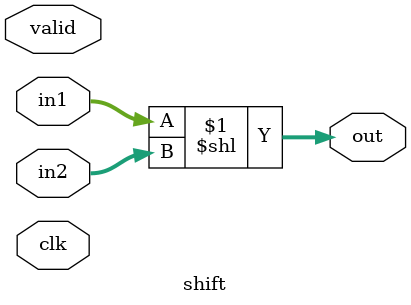
<source format=v>
module shift (
    input wire clk,
    input wire valid,
    input wire[31:0] in1,
    input wire[4:0] in2,
    output wire[31:0] out
);
    assign out = in1 << in2;
endmodule
</source>
